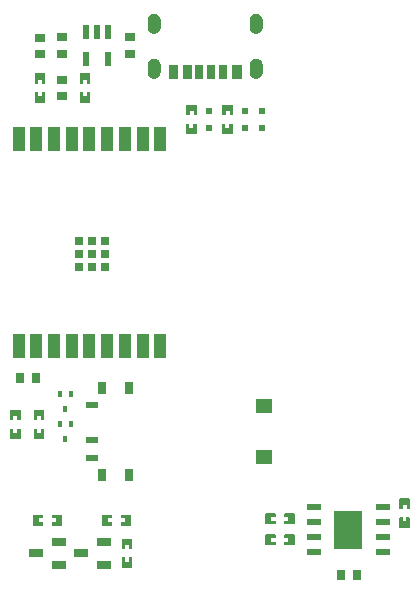
<source format=gbp>
G04 Layer: BottomPasteMaskLayer*
G04 EasyEDA Pro v3.2.69, 2026-01-08 09:06:00*
G04 Gerber Generator version 0.3*
G04 Scale: 100 percent, Rotated: No, Reflected: No*
G04 Dimensions in millimeters*
G04 Leading zeros omitted, absolute positions, 4 integers and 5 decimals*
G04 Generated by one-click*
%FSLAX45Y45*%
%MOMM*%
%ADD10R,0.9X0.8*%
%ADD11R,0.30099X0.58499*%
%ADD12R,0.8X0.9*%
%ADD13R,0.6X0.6*%
%ADD14R,0.4X0.51001*%
%ADD15R,1.35999X1.23*%
%ADD16R,1.0X0.6*%
%ADD17R,0.7014X1.0*%
%ADD18R,0.7X1.0*%
%ADD19R,1.0X2.0*%
%ADD20R,0.7X0.7*%
%ADD21R,0.48999X1.157*%
%ADD22R,0.48999X1.175*%
%ADD23R,1.2X0.6*%
%ADD24R,2.4X3.29999*%
%ADD25R,1.25001X0.7*%
G75*


G04 PolygonModel Start*
G36*
G01X946699Y4628002D02*
G01X941697Y4633001D01*
G01X861698Y4633001D01*
G01X856699Y4628002D01*
G01X856699Y4548002D01*
G01X861698Y4543001D01*
G01X885901Y4543001D01*
G01X885901Y4580001D01*
G01X918901Y4580001D01*
G01X918901Y4543001D01*
G01X941697Y4543001D01*
G01X946699Y4548002D01*
G01X946699Y4628002D01*
G37*
G36*
G01X856701Y4388998D02*
G01X861703Y4383999D01*
G01X941702Y4383999D01*
G01X946701Y4388998D01*
G01X946701Y4468998D01*
G01X941702Y4473999D01*
G01X917499Y4473999D01*
G01X917499Y4436999D01*
G01X884499Y4436999D01*
G01X884499Y4473999D01*
G01X861703Y4473999D01*
G01X856701Y4468998D01*
G01X856701Y4388998D01*
G37*
G36*
G01X3053202Y818601D02*
G01X3058201Y823603D01*
G01X3058201Y903602D01*
G01X3053202Y908601D01*
G01X2973202Y908601D01*
G01X2968201Y903602D01*
G01X2968201Y879399D01*
G01X3005201Y879399D01*
G01X3005201Y846399D01*
G01X2968201Y846399D01*
G01X2968201Y823603D01*
G01X2973202Y818601D01*
G01X3053202Y818601D01*
G37*
G36*
G01X2898201Y823603D02*
G01X2898201Y846399D01*
G01X2860203Y846399D01*
G01X2860203Y879399D01*
G01X2898201Y879399D01*
G01X2898201Y903602D01*
G01X2893202Y908601D01*
G01X2814203Y908601D01*
G01X2809202Y903602D01*
G01X2809202Y823603D01*
G01X2814203Y818601D01*
G01X2893202Y818601D01*
G01X2898201Y823603D01*
G37*
G36*
G01X3053202Y640801D02*
G01X3058201Y645803D01*
G01X3058201Y725802D01*
G01X3053202Y730801D01*
G01X2973202Y730801D01*
G01X2968201Y725802D01*
G01X2968201Y701599D01*
G01X3005201Y701599D01*
G01X3005201Y668599D01*
G01X2968201Y668599D01*
G01X2968201Y645803D01*
G01X2973202Y640801D01*
G01X3053202Y640801D01*
G37*
G36*
G01X2898201Y645803D02*
G01X2898201Y668599D01*
G01X2860203Y668599D01*
G01X2860203Y701599D01*
G01X2898201Y701599D01*
G01X2898201Y725802D01*
G01X2893202Y730801D01*
G01X2814203Y730801D01*
G01X2809202Y725802D01*
G01X2809202Y645803D01*
G01X2814203Y640801D01*
G01X2893202Y640801D01*
G01X2898201Y645803D01*
G37*
G36*
G01X847886Y1539883D02*
G01X852888Y1534885D01*
G01X932887Y1534885D01*
G01X937886Y1539883D01*
G01X937886Y1619883D01*
G01X932887Y1624884D01*
G01X908684Y1624884D01*
G01X908684Y1587884D01*
G01X875684Y1587884D01*
G01X875684Y1624884D01*
G01X852888Y1624884D01*
G01X847886Y1619883D01*
G01X847886Y1539883D01*
G37*
G36*
G01X937884Y1778887D02*
G01X932882Y1783886D01*
G01X852882Y1783886D01*
G01X847884Y1778887D01*
G01X847884Y1698887D01*
G01X852882Y1693886D01*
G01X877086Y1693886D01*
G01X877086Y1730886D01*
G01X910086Y1730886D01*
G01X910086Y1693886D01*
G01X932882Y1693886D01*
G01X937884Y1698887D01*
G01X937884Y1778887D01*
G37*
G36*
G01X1327699Y4628002D02*
G01X1322697Y4633001D01*
G01X1242698Y4633001D01*
G01X1237699Y4628002D01*
G01X1237699Y4548002D01*
G01X1242698Y4543001D01*
G01X1266901Y4543001D01*
G01X1266901Y4580001D01*
G01X1299901Y4580001D01*
G01X1299901Y4543001D01*
G01X1322697Y4543001D01*
G01X1327699Y4548002D01*
G01X1327699Y4628002D01*
G37*
G36*
G01X1237701Y4388998D02*
G01X1242703Y4383999D01*
G01X1322702Y4383999D01*
G01X1327701Y4388998D01*
G01X1327701Y4468998D01*
G01X1322702Y4473999D01*
G01X1298499Y4473999D01*
G01X1298499Y4436999D01*
G01X1265499Y4436999D01*
G01X1265499Y4473999D01*
G01X1242703Y4473999D01*
G01X1237701Y4468998D01*
G01X1237701Y4388998D01*
G37*
G36*
G01X2736100Y4587646D02*
G01X2738831Y4587918D01*
G01X2741541Y4588327D01*
G01X2744228Y4588870D01*
G01X2746888Y4589546D01*
G01X2749509Y4590356D01*
G01X2752084Y4591293D01*
G01X2754612Y4592358D01*
G01X2757083Y4593549D01*
G01X2759491Y4594859D01*
G01X2761830Y4596290D01*
G01X2764096Y4597834D01*
G01X2766283Y4599490D01*
G01X2768384Y4601253D01*
G01X2770395Y4603120D01*
G01X2772310Y4605083D01*
G01X2774124Y4607138D01*
G01X2775833Y4609282D01*
G01X2777434Y4611509D01*
G01X2778922Y4613813D01*
G01X2780294Y4616188D01*
G01X2781546Y4618629D01*
G01X2782674Y4621128D01*
G01X2783674Y4623681D01*
G01X2784548Y4626279D01*
G01X2785290Y4628921D01*
G01X2785902Y4631593D01*
G01X2786377Y4634296D01*
G01X2786717Y4637016D01*
G01X2786923Y4639751D01*
G01X2786992Y4642492D01*
G01X2786992Y4702492D01*
G01X2786923Y4705233D01*
G01X2786717Y4707968D01*
G01X2786377Y4710689D01*
G01X2785902Y4713391D01*
G01X2785290Y4716063D01*
G01X2784548Y4718705D01*
G01X2783674Y4721303D01*
G01X2782674Y4723856D01*
G01X2781546Y4726355D01*
G01X2780294Y4728796D01*
G01X2778922Y4731171D01*
G01X2777434Y4733475D01*
G01X2775833Y4735702D01*
G01X2774124Y4737846D01*
G01X2772310Y4739901D01*
G01X2770395Y4741865D01*
G01X2768384Y4743731D01*
G01X2766283Y4745494D01*
G01X2764096Y4747150D01*
G01X2761830Y4748695D01*
G01X2759491Y4750125D01*
G01X2757083Y4751435D01*
G01X2754612Y4752627D01*
G01X2752084Y4753691D01*
G01X2749509Y4754628D01*
G01X2746888Y4755438D01*
G01X2744228Y4756114D01*
G01X2741541Y4756657D01*
G01X2738831Y4757066D01*
G01X2736100Y4757338D01*
G01X2733362Y4757475D01*
G01X2730619Y4757475D01*
G01X2727881Y4757338D01*
G01X2725150Y4757066D01*
G01X2722440Y4756657D01*
G01X2719753Y4756114D01*
G01X2717093Y4755438D01*
G01X2714472Y4754628D01*
G01X2711897Y4753691D01*
G01X2709369Y4752627D01*
G01X2706898Y4751435D01*
G01X2704490Y4750125D01*
G01X2702151Y4748695D01*
G01X2699885Y4747150D01*
G01X2697698Y4745494D01*
G01X2695597Y4743731D01*
G01X2693586Y4741865D01*
G01X2691671Y4739901D01*
G01X2689857Y4737846D01*
G01X2688148Y4735702D01*
G01X2686547Y4733475D01*
G01X2685059Y4731171D01*
G01X2683687Y4728796D01*
G01X2682435Y4726355D01*
G01X2681307Y4723856D01*
G01X2680307Y4721303D01*
G01X2679433Y4718705D01*
G01X2678691Y4716063D01*
G01X2678079Y4713391D01*
G01X2677604Y4710689D01*
G01X2677264Y4707968D01*
G01X2677058Y4705233D01*
G01X2676989Y4702492D01*
G01X2676989Y4642492D01*
G01X2677058Y4639751D01*
G01X2677264Y4637016D01*
G01X2677604Y4634296D01*
G01X2678079Y4631593D01*
G01X2678691Y4628921D01*
G01X2679433Y4626279D01*
G01X2680307Y4623681D01*
G01X2681307Y4621128D01*
G01X2682435Y4618629D01*
G01X2683687Y4616188D01*
G01X2685059Y4613813D01*
G01X2686547Y4611509D01*
G01X2688148Y4609282D01*
G01X2689857Y4607138D01*
G01X2691671Y4605083D01*
G01X2693586Y4603120D01*
G01X2695597Y4601253D01*
G01X2697698Y4599490D01*
G01X2699885Y4597834D01*
G01X2702151Y4596290D01*
G01X2704490Y4594859D01*
G01X2706898Y4593549D01*
G01X2709369Y4592358D01*
G01X2711897Y4591293D01*
G01X2714472Y4590356D01*
G01X2717093Y4589546D01*
G01X2719753Y4588870D01*
G01X2722440Y4588327D01*
G01X2725150Y4587918D01*
G01X2727881Y4587646D01*
G01X2730619Y4587509D01*
G01X2733362Y4587509D01*
G01X2736100Y4587646D01*
G37*
G36*
G01X1872119Y4587646D02*
G01X1874850Y4587918D01*
G01X1877560Y4588327D01*
G01X1880247Y4588870D01*
G01X1882907Y4589546D01*
G01X1885528Y4590356D01*
G01X1888103Y4591293D01*
G01X1890631Y4592358D01*
G01X1893102Y4593549D01*
G01X1895510Y4594859D01*
G01X1897849Y4596290D01*
G01X1900115Y4597834D01*
G01X1902302Y4599490D01*
G01X1904403Y4601253D01*
G01X1906414Y4603120D01*
G01X1908329Y4605083D01*
G01X1910143Y4607138D01*
G01X1911852Y4609282D01*
G01X1913453Y4611509D01*
G01X1914941Y4613813D01*
G01X1916313Y4616188D01*
G01X1917565Y4618629D01*
G01X1918693Y4621128D01*
G01X1919693Y4623681D01*
G01X1920567Y4626279D01*
G01X1921309Y4628921D01*
G01X1921921Y4631593D01*
G01X1922396Y4634296D01*
G01X1922736Y4637016D01*
G01X1922942Y4639751D01*
G01X1923011Y4642492D01*
G01X1923011Y4702492D01*
G01X1922942Y4705233D01*
G01X1922736Y4707968D01*
G01X1922396Y4710689D01*
G01X1921921Y4713391D01*
G01X1921309Y4716063D01*
G01X1920567Y4718705D01*
G01X1919693Y4721303D01*
G01X1918693Y4723856D01*
G01X1917565Y4726355D01*
G01X1916313Y4728796D01*
G01X1914941Y4731171D01*
G01X1913453Y4733475D01*
G01X1911852Y4735702D01*
G01X1910143Y4737846D01*
G01X1908329Y4739901D01*
G01X1906414Y4741865D01*
G01X1904403Y4743731D01*
G01X1902302Y4745494D01*
G01X1900115Y4747150D01*
G01X1897849Y4748695D01*
G01X1895510Y4750125D01*
G01X1893102Y4751435D01*
G01X1890631Y4752627D01*
G01X1888103Y4753691D01*
G01X1885528Y4754628D01*
G01X1882907Y4755438D01*
G01X1880247Y4756114D01*
G01X1877560Y4756657D01*
G01X1874850Y4757066D01*
G01X1872119Y4757338D01*
G01X1869381Y4757475D01*
G01X1866638Y4757475D01*
G01X1863900Y4757338D01*
G01X1861169Y4757066D01*
G01X1858459Y4756657D01*
G01X1855772Y4756114D01*
G01X1853112Y4755438D01*
G01X1850491Y4754628D01*
G01X1847916Y4753691D01*
G01X1845388Y4752627D01*
G01X1842917Y4751435D01*
G01X1840509Y4750125D01*
G01X1838170Y4748695D01*
G01X1835904Y4747150D01*
G01X1833717Y4745494D01*
G01X1831616Y4743731D01*
G01X1829605Y4741865D01*
G01X1827690Y4739901D01*
G01X1825876Y4737846D01*
G01X1824167Y4735702D01*
G01X1822566Y4733475D01*
G01X1821078Y4731171D01*
G01X1819706Y4728796D01*
G01X1818454Y4726355D01*
G01X1817326Y4723856D01*
G01X1816326Y4721303D01*
G01X1815452Y4718705D01*
G01X1814710Y4716063D01*
G01X1814098Y4713391D01*
G01X1813623Y4710689D01*
G01X1813283Y4707968D01*
G01X1813077Y4705233D01*
G01X1813008Y4702492D01*
G01X1813008Y4642492D01*
G01X1813077Y4639751D01*
G01X1813283Y4637016D01*
G01X1813623Y4634296D01*
G01X1814098Y4631593D01*
G01X1814710Y4628921D01*
G01X1815452Y4626279D01*
G01X1816326Y4623681D01*
G01X1817326Y4621128D01*
G01X1818454Y4618629D01*
G01X1819706Y4616188D01*
G01X1821078Y4613813D01*
G01X1822566Y4611509D01*
G01X1824167Y4609282D01*
G01X1825876Y4607138D01*
G01X1827690Y4605083D01*
G01X1829605Y4603120D01*
G01X1831616Y4601253D01*
G01X1833717Y4599490D01*
G01X1835904Y4597834D01*
G01X1838170Y4596290D01*
G01X1840509Y4594859D01*
G01X1842917Y4593549D01*
G01X1845388Y4592358D01*
G01X1847916Y4591293D01*
G01X1850491Y4590356D01*
G01X1853112Y4589546D01*
G01X1855772Y4588870D01*
G01X1858459Y4588327D01*
G01X1861169Y4587918D01*
G01X1863900Y4587646D01*
G01X1866638Y4587509D01*
G01X1869381Y4587509D01*
G01X1872119Y4587646D01*
G37*
G36*
G01X2736100Y4967655D02*
G01X2738831Y4967927D01*
G01X2741541Y4968336D01*
G01X2744228Y4968880D01*
G01X2746888Y4969555D01*
G01X2749509Y4970365D01*
G01X2752084Y4971303D01*
G01X2754612Y4972367D01*
G01X2757083Y4973558D01*
G01X2759491Y4974869D01*
G01X2761830Y4976299D01*
G01X2764096Y4977843D01*
G01X2766283Y4979499D01*
G01X2768384Y4981262D01*
G01X2770395Y4983129D01*
G01X2772310Y4985092D01*
G01X2774124Y4987147D01*
G01X2775833Y4989291D01*
G01X2777434Y4991519D01*
G01X2778922Y4993822D01*
G01X2780294Y4996197D01*
G01X2781546Y4998638D01*
G01X2782674Y5001138D01*
G01X2783674Y5003690D01*
G01X2784548Y5006289D01*
G01X2785290Y5008930D01*
G01X2785902Y5011602D01*
G01X2786377Y5014305D01*
G01X2786717Y5017025D01*
G01X2786923Y5019761D01*
G01X2786992Y5022502D01*
G01X2786992Y5082501D01*
G01X2786923Y5085242D01*
G01X2786717Y5087978D01*
G01X2786377Y5090698D01*
G01X2785902Y5093401D01*
G01X2785290Y5096073D01*
G01X2784548Y5098714D01*
G01X2783674Y5101313D01*
G01X2782674Y5103865D01*
G01X2781546Y5106365D01*
G01X2780294Y5108806D01*
G01X2778922Y5111181D01*
G01X2777434Y5113484D01*
G01X2775833Y5115712D01*
G01X2774124Y5117856D01*
G01X2772310Y5119911D01*
G01X2770395Y5121874D01*
G01X2768384Y5123741D01*
G01X2766283Y5125504D01*
G01X2764096Y5127160D01*
G01X2761830Y5128704D01*
G01X2759491Y5130134D01*
G01X2757083Y5131445D01*
G01X2754612Y5132636D01*
G01X2752084Y5133700D01*
G01X2749509Y5134637D01*
G01X2746888Y5135448D01*
G01X2744228Y5136123D01*
G01X2741541Y5136667D01*
G01X2738831Y5137076D01*
G01X2736100Y5137348D01*
G01X2733362Y5137485D01*
G01X2730619Y5137485D01*
G01X2727881Y5137348D01*
G01X2725150Y5137076D01*
G01X2722440Y5136667D01*
G01X2719753Y5136123D01*
G01X2717093Y5135448D01*
G01X2714472Y5134637D01*
G01X2711897Y5133700D01*
G01X2709369Y5132636D01*
G01X2706898Y5131445D01*
G01X2704490Y5130134D01*
G01X2702151Y5128704D01*
G01X2699885Y5127160D01*
G01X2697698Y5125504D01*
G01X2695597Y5123741D01*
G01X2693586Y5121874D01*
G01X2691671Y5119911D01*
G01X2689857Y5117856D01*
G01X2688148Y5115712D01*
G01X2686547Y5113484D01*
G01X2685059Y5111181D01*
G01X2683687Y5108806D01*
G01X2682435Y5106365D01*
G01X2681307Y5103865D01*
G01X2680307Y5101313D01*
G01X2679433Y5098714D01*
G01X2678691Y5096073D01*
G01X2678079Y5093401D01*
G01X2677604Y5090698D01*
G01X2677264Y5087978D01*
G01X2677058Y5085242D01*
G01X2676989Y5082501D01*
G01X2676989Y5022502D01*
G01X2677058Y5019761D01*
G01X2677264Y5017025D01*
G01X2677604Y5014305D01*
G01X2678079Y5011602D01*
G01X2678691Y5008930D01*
G01X2679433Y5006289D01*
G01X2680307Y5003690D01*
G01X2681307Y5001138D01*
G01X2682435Y4998638D01*
G01X2683687Y4996197D01*
G01X2685059Y4993822D01*
G01X2686547Y4991519D01*
G01X2688148Y4989291D01*
G01X2689857Y4987147D01*
G01X2691671Y4985092D01*
G01X2693586Y4983129D01*
G01X2695597Y4981262D01*
G01X2697698Y4979499D01*
G01X2699885Y4977843D01*
G01X2702151Y4976299D01*
G01X2704490Y4974869D01*
G01X2706898Y4973558D01*
G01X2709369Y4972367D01*
G01X2711897Y4971303D01*
G01X2714472Y4970365D01*
G01X2717093Y4969555D01*
G01X2719753Y4968880D01*
G01X2722440Y4968336D01*
G01X2725150Y4967927D01*
G01X2727881Y4967655D01*
G01X2730619Y4967518D01*
G01X2733362Y4967518D01*
G01X2736100Y4967655D01*
G37*
G36*
G01X1872119Y4967655D02*
G01X1874850Y4967927D01*
G01X1877560Y4968336D01*
G01X1880247Y4968880D01*
G01X1882907Y4969555D01*
G01X1885528Y4970365D01*
G01X1888103Y4971303D01*
G01X1890631Y4972367D01*
G01X1893102Y4973558D01*
G01X1895510Y4974869D01*
G01X1897849Y4976299D01*
G01X1900115Y4977843D01*
G01X1902302Y4979499D01*
G01X1904403Y4981262D01*
G01X1906414Y4983129D01*
G01X1908329Y4985092D01*
G01X1910143Y4987147D01*
G01X1911852Y4989291D01*
G01X1913453Y4991519D01*
G01X1914941Y4993822D01*
G01X1916313Y4996197D01*
G01X1917565Y4998638D01*
G01X1918693Y5001138D01*
G01X1919693Y5003690D01*
G01X1920567Y5006289D01*
G01X1921309Y5008930D01*
G01X1921921Y5011602D01*
G01X1922396Y5014305D01*
G01X1922736Y5017025D01*
G01X1922942Y5019761D01*
G01X1923011Y5022502D01*
G01X1923011Y5082501D01*
G01X1922942Y5085242D01*
G01X1922736Y5087978D01*
G01X1922396Y5090698D01*
G01X1921921Y5093401D01*
G01X1921309Y5096073D01*
G01X1920567Y5098714D01*
G01X1919693Y5101313D01*
G01X1918693Y5103865D01*
G01X1917565Y5106365D01*
G01X1916313Y5108806D01*
G01X1914941Y5111181D01*
G01X1913453Y5113484D01*
G01X1911852Y5115712D01*
G01X1910143Y5117856D01*
G01X1908329Y5119911D01*
G01X1906414Y5121874D01*
G01X1904403Y5123741D01*
G01X1902302Y5125504D01*
G01X1900115Y5127160D01*
G01X1897849Y5128704D01*
G01X1895510Y5130134D01*
G01X1893102Y5131445D01*
G01X1890631Y5132636D01*
G01X1888103Y5133700D01*
G01X1885528Y5134637D01*
G01X1882907Y5135448D01*
G01X1880247Y5136123D01*
G01X1877560Y5136667D01*
G01X1874850Y5137076D01*
G01X1872119Y5137348D01*
G01X1869381Y5137485D01*
G01X1866638Y5137485D01*
G01X1863900Y5137348D01*
G01X1861169Y5137076D01*
G01X1858459Y5136667D01*
G01X1855772Y5136123D01*
G01X1853112Y5135448D01*
G01X1850491Y5134637D01*
G01X1847916Y5133700D01*
G01X1845388Y5132636D01*
G01X1842917Y5131445D01*
G01X1840509Y5130134D01*
G01X1838170Y5128704D01*
G01X1835904Y5127160D01*
G01X1833717Y5125504D01*
G01X1831616Y5123741D01*
G01X1829605Y5121874D01*
G01X1827690Y5119911D01*
G01X1825876Y5117856D01*
G01X1824167Y5115712D01*
G01X1822566Y5113484D01*
G01X1821078Y5111181D01*
G01X1819706Y5108806D01*
G01X1818454Y5106365D01*
G01X1817326Y5103865D01*
G01X1816326Y5101313D01*
G01X1815452Y5098714D01*
G01X1814710Y5096073D01*
G01X1814098Y5093401D01*
G01X1813623Y5090698D01*
G01X1813283Y5087978D01*
G01X1813077Y5085242D01*
G01X1813008Y5082501D01*
G01X1813008Y5022502D01*
G01X1813077Y5019761D01*
G01X1813283Y5017025D01*
G01X1813623Y5014305D01*
G01X1814098Y5011602D01*
G01X1814710Y5008930D01*
G01X1815452Y5006289D01*
G01X1816326Y5003690D01*
G01X1817326Y5001138D01*
G01X1818454Y4998638D01*
G01X1819706Y4996197D01*
G01X1821078Y4993822D01*
G01X1822566Y4991519D01*
G01X1824167Y4989291D01*
G01X1825876Y4987147D01*
G01X1827690Y4985092D01*
G01X1829605Y4983129D01*
G01X1831616Y4981262D01*
G01X1833717Y4979499D01*
G01X1835904Y4977843D01*
G01X1838170Y4976299D01*
G01X1840509Y4974869D01*
G01X1842917Y4973558D01*
G01X1845388Y4972367D01*
G01X1847916Y4971303D01*
G01X1850491Y4970365D01*
G01X1853112Y4969555D01*
G01X1855772Y4968880D01*
G01X1858459Y4968336D01*
G01X1861169Y4967927D01*
G01X1863900Y4967655D01*
G01X1866638Y4967518D01*
G01X1869381Y4967518D01*
G01X1872119Y4967655D01*
G37*
G36*
G01X1990023Y4587491D02*
G01X2070021Y4587491D01*
G01X2070021Y4707488D01*
G01X1990023Y4707488D01*
G01X1990023Y4587491D01*
G37*
G36*
G01X2115017Y4587491D02*
G01X2185012Y4587491D01*
G01X2185012Y4707488D01*
G01X2115017Y4707488D01*
G01X2115017Y4587491D01*
G37*
G36*
G01X2215014Y4587491D02*
G01X2285014Y4587491D01*
G01X2285014Y4707488D01*
G01X2215014Y4707488D01*
G01X2215014Y4587491D01*
G37*
G36*
G01X2315014Y4587491D02*
G01X2385014Y4587491D01*
G01X2385014Y4707488D01*
G01X2315014Y4707488D01*
G01X2315014Y4587491D01*
G37*
G36*
G01X2415011Y4587491D02*
G01X2485014Y4587491D01*
G01X2485014Y4707488D01*
G01X2415011Y4707488D01*
G01X2415011Y4587491D01*
G37*
G36*
G01X2530002Y4587491D02*
G01X2609999Y4587491D01*
G01X2609999Y4707491D01*
G01X2530002Y4707491D01*
G01X2530002Y4587491D01*
G37*
G36*
G01X1084622Y803562D02*
G01X1089621Y808563D01*
G01X1089621Y888563D01*
G01X1084622Y893562D01*
G01X1004622Y893562D01*
G01X999621Y888563D01*
G01X999621Y864359D01*
G01X1036621Y864359D01*
G01X1036621Y831360D01*
G01X999621Y831360D01*
G01X999621Y808563D01*
G01X1004622Y803562D01*
G01X1084622Y803562D01*
G37*
G36*
G01X929621Y808563D02*
G01X929621Y831360D01*
G01X891623Y831360D01*
G01X891623Y864359D01*
G01X929621Y864359D01*
G01X929621Y888563D01*
G01X924622Y893562D01*
G01X845623Y893562D01*
G01X840622Y888563D01*
G01X840622Y808563D01*
G01X845623Y803562D01*
G01X924622Y803562D01*
G01X929621Y808563D01*
G37*
G36*
G01X2139401Y4122298D02*
G01X2144403Y4117299D01*
G01X2224402Y4117299D01*
G01X2229401Y4122298D01*
G01X2229401Y4202298D01*
G01X2224402Y4207299D01*
G01X2200199Y4207299D01*
G01X2200199Y4170299D01*
G01X2167199Y4170299D01*
G01X2167199Y4207299D01*
G01X2144403Y4207299D01*
G01X2139401Y4202298D01*
G01X2139401Y4122298D01*
G37*
G36*
G01X2229399Y4361302D02*
G01X2224397Y4366301D01*
G01X2144398Y4366301D01*
G01X2139399Y4361302D01*
G01X2139399Y4281302D01*
G01X2144398Y4276301D01*
G01X2168601Y4276301D01*
G01X2168601Y4313301D01*
G01X2201601Y4313301D01*
G01X2201601Y4276301D01*
G01X2224397Y4276301D01*
G01X2229399Y4281302D01*
G01X2229399Y4361302D01*
G37*
G36*
G01X2444201Y4122298D02*
G01X2449203Y4117299D01*
G01X2529202Y4117299D01*
G01X2534201Y4122298D01*
G01X2534201Y4202298D01*
G01X2529202Y4207299D01*
G01X2504999Y4207299D01*
G01X2504999Y4170299D01*
G01X2471999Y4170299D01*
G01X2471999Y4207299D01*
G01X2449203Y4207299D01*
G01X2444201Y4202298D01*
G01X2444201Y4122298D01*
G37*
G36*
G01X2534199Y4361302D02*
G01X2529197Y4366301D01*
G01X2449198Y4366301D01*
G01X2444199Y4361302D01*
G01X2444199Y4281302D01*
G01X2449198Y4276301D01*
G01X2473401Y4276301D01*
G01X2473401Y4313301D01*
G01X2506401Y4313301D01*
G01X2506401Y4276301D01*
G01X2529197Y4276301D01*
G01X2534199Y4281302D01*
G01X2534199Y4361302D01*
G37*
G36*
G01X1429818Y893559D02*
G01X1424819Y888558D01*
G01X1424819Y808558D01*
G01X1429818Y803559D01*
G01X1509818Y803559D01*
G01X1514819Y808558D01*
G01X1514819Y832762D01*
G01X1477819Y832762D01*
G01X1477819Y865762D01*
G01X1514819Y865762D01*
G01X1514819Y888558D01*
G01X1509818Y893559D01*
G01X1429818Y893559D01*
G37*
G36*
G01X1668822Y803562D02*
G01X1673821Y808563D01*
G01X1673821Y888563D01*
G01X1668822Y893562D01*
G01X1588822Y893562D01*
G01X1583821Y888563D01*
G01X1583821Y864359D01*
G01X1620821Y864359D01*
G01X1620821Y831360D01*
G01X1583821Y831360D01*
G01X1583821Y808563D01*
G01X1588822Y803562D01*
G01X1668822Y803562D01*
G37*
G36*
G01X1683219Y688663D02*
G01X1678217Y693661D01*
G01X1598218Y693661D01*
G01X1593219Y688663D01*
G01X1593219Y608663D01*
G01X1598218Y603661D01*
G01X1622421Y603661D01*
G01X1622421Y640662D01*
G01X1655421Y640662D01*
G01X1655421Y603661D01*
G01X1678217Y603661D01*
G01X1683219Y608663D01*
G01X1683219Y688663D01*
G37*
G36*
G01X1593221Y449659D02*
G01X1598223Y444660D01*
G01X1678222Y444660D01*
G01X1683221Y449659D01*
G01X1683221Y529659D01*
G01X1678222Y534660D01*
G01X1654019Y534660D01*
G01X1654019Y497660D01*
G01X1621019Y497660D01*
G01X1621019Y534660D01*
G01X1598223Y534660D01*
G01X1593221Y529659D01*
G01X1593221Y449659D01*
G37*
G36*
G01X3943260Y790688D02*
G01X3948261Y785689D01*
G01X4028261Y785689D01*
G01X4033260Y790688D01*
G01X4033260Y870688D01*
G01X4028261Y875689D01*
G01X4004057Y875689D01*
G01X4004057Y838689D01*
G01X3971058Y838689D01*
G01X3971058Y875689D01*
G01X3948261Y875689D01*
G01X3943260Y870688D01*
G01X3943260Y790688D01*
G37*
G36*
G01X4033257Y1029692D02*
G01X4028256Y1034691D01*
G01X3948256Y1034691D01*
G01X3943257Y1029692D01*
G01X3943257Y949692D01*
G01X3948256Y944691D01*
G01X3972460Y944691D01*
G01X3972460Y981691D01*
G01X4005459Y981691D01*
G01X4005459Y944691D01*
G01X4028256Y944691D01*
G01X4033257Y949692D01*
G01X4033257Y1029692D01*
G37*
G36*
G01X737884Y1778887D02*
G01X732883Y1783886D01*
G01X652883Y1783886D01*
G01X647884Y1778887D01*
G01X647884Y1698887D01*
G01X652883Y1693886D01*
G01X677087Y1693886D01*
G01X677087Y1730886D01*
G01X710086Y1730886D01*
G01X710086Y1693886D01*
G01X732883Y1693886D01*
G01X737884Y1698887D01*
G01X737884Y1778887D01*
G37*
G36*
G01X647887Y1539883D02*
G01X652888Y1534885D01*
G01X732888Y1534885D01*
G01X737887Y1539883D01*
G01X737887Y1619883D01*
G01X732888Y1624884D01*
G01X708684Y1624884D01*
G01X708684Y1587884D01*
G01X675684Y1587884D01*
G01X675684Y1624884D01*
G01X652888Y1624884D01*
G01X647887Y1619883D01*
G01X647887Y1539883D01*
G37*

G04 Pad Start*
G54D10*
G01X901700Y4794098D03*
G01X901700Y4934102D03*
G01X1092200Y4438498D03*
G01X1092200Y4578502D03*
G01X1663700Y4937361D03*
G01X1663700Y4797356D03*
G54D11*
G01X1067600Y1918462D03*
G01X1167600Y1918462D03*
G01X1117613Y1789938D03*
G54D12*
G01X3588361Y389490D03*
G01X3448356Y389490D03*
G01X870102Y2057400D03*
G01X730098Y2057400D03*
G54D13*
G01X2781300Y4166807D03*
G01X2781300Y4316794D03*
G54D14*
G01X1117587Y1535201D03*
G01X1067600Y1665199D03*
G01X1167600Y1665199D03*
G54D15*
G01X2800000Y1818491D03*
G01X2800000Y1381509D03*
G54D16*
G01X1342495Y1824993D03*
G01X1342495Y1524994D03*
G01X1342495Y1375007D03*
G54D18*
G01X1657505Y1235002D03*
G01X1657505Y1964998D03*
G01X1427483Y1964998D03*
G01X1427483Y1235002D03*
G54D19*
G01X720001Y4075005D03*
G01X869988Y4075005D03*
G01X1020001Y4075005D03*
G01X1169988Y4075005D03*
G01X1320000Y4075005D03*
G01X1469987Y4075005D03*
G01X1619999Y4075005D03*
G01X1769986Y4075005D03*
G01X1919999Y4075005D03*
G01X1919999Y2324995D03*
G01X1769986Y2324995D03*
G01X1619999Y2324995D03*
G01X1469987Y2324995D03*
G01X1320000Y2324995D03*
G01X1169988Y2324995D03*
G01X1020001Y2324995D03*
G01X869988Y2324995D03*
G01X720001Y2324995D03*
G54D20*
G01X1229982Y3213995D03*
G01X1339990Y3213995D03*
G01X1449997Y3213995D03*
G01X1229982Y3104013D03*
G01X1339990Y3104013D03*
G01X1449997Y3104013D03*
G01X1449997Y2994006D03*
G01X1339990Y2994006D03*
G01X1229982Y2994006D03*
G54D21*
G01X1289304Y4982726D03*
G01X1384300Y4982726D03*
G01X1479296Y4982726D03*
G54D22*
G01X1479296Y4751992D03*
G01X1289304Y4751992D03*
G54D23*
G01X3803806Y958488D03*
G01X3803806Y831488D03*
G01X3803806Y704488D03*
G01X3803806Y577488D03*
G01X3222146Y577488D03*
G01X3222146Y704488D03*
G01X3222146Y831488D03*
G01X3222146Y958488D03*
G54D24*
G01X3512976Y767988D03*
G54D13*
G01X2336800Y4166807D03*
G01X2336800Y4316794D03*
G01X2641600Y4166807D03*
G01X2641600Y4316794D03*
G54D25*
G01X1065120Y664157D03*
G01X1065120Y474165D03*
G01X865120Y569161D03*
G01X1446120Y664157D03*
G01X1446120Y474165D03*
G01X1246120Y569161D03*
G54D10*
G01X1092200Y4797356D03*
G01X1092200Y4937361D03*
G04 Pad End*

M02*


</source>
